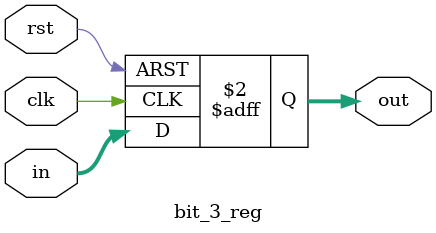
<source format=v>
module bit_3_reg (in , clk , rst , out);
input [2:0]in;
input clk;
input rst;
output reg [2:0]out;
always@(posedge rst or posedge clk)
begin
    if(rst)
        out <= 3'b 000;
    else
        out <= in;
end
endmodule
</source>
